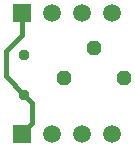
<source format=gbl>
G75*
%MOIN*%
%OFA0B0*%
%FSLAX25Y25*%
%IPPOS*%
%LPD*%
%AMOC8*
5,1,8,0,0,1.08239X$1,22.5*
%
%ADD10C,0.03762*%
%ADD11OC8,0.04800*%
%ADD12C,0.05906*%
%ADD13R,0.05906X0.05906*%
%ADD14C,0.01600*%
D10*
X0010449Y0055370D03*
X0010449Y0068756D03*
D11*
X0023874Y0061079D03*
X0033874Y0071079D03*
X0043874Y0061079D03*
D12*
X0039622Y0042378D03*
X0029622Y0042378D03*
X0019622Y0042378D03*
X0019622Y0082732D03*
X0029622Y0082732D03*
X0039622Y0082732D03*
D13*
X0009622Y0042378D03*
X0009622Y0082732D03*
D14*
X0009622Y0075331D01*
X0004307Y0070016D01*
X0004307Y0061512D01*
X0010449Y0055370D01*
X0013205Y0052614D01*
X0013205Y0045921D01*
X0009661Y0042378D01*
X0009622Y0042378D01*
M02*

</source>
